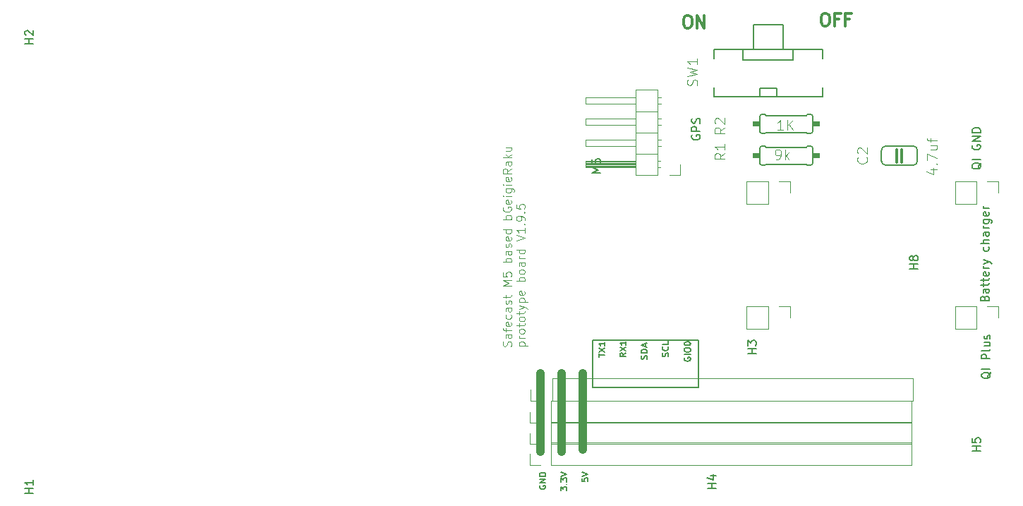
<source format=gbr>
G04 #@! TF.GenerationSoftware,KiCad,Pcbnew,5.99.0-unknown-5127d6c77~91~ubuntu20.04.1*
G04 #@! TF.CreationDate,2020-10-08T17:45:23+09:00*
G04 #@! TF.ProjectId,M5_board_bGeigieRaku V1.9,4d355f62-6f61-4726-945f-624765696769,rev?*
G04 #@! TF.SameCoordinates,Original*
G04 #@! TF.FileFunction,Legend,Top*
G04 #@! TF.FilePolarity,Positive*
%FSLAX46Y46*%
G04 Gerber Fmt 4.6, Leading zero omitted, Abs format (unit mm)*
G04 Created by KiCad (PCBNEW 5.99.0-unknown-5127d6c77~91~ubuntu20.04.1) date 2020-10-08 17:45:23*
%MOMM*%
%LPD*%
G01*
G04 APERTURE LIST*
%ADD10C,1.000000*%
%ADD11C,0.200000*%
%ADD12C,0.150000*%
%ADD13C,0.300000*%
%ADD14C,0.100000*%
%ADD15C,0.120650*%
%ADD16C,0.096520*%
%ADD17C,0.152400*%
%ADD18C,0.120000*%
%ADD19C,0.127000*%
%ADD20C,0.304800*%
G04 APERTURE END LIST*
D10*
X156438600Y-112188288D02*
X156438600Y-121586288D01*
D11*
X162661600Y-113867000D02*
X162661600Y-108152000D01*
X175361600Y-113867000D02*
X162661600Y-113867000D01*
X162661600Y-108152000D02*
X175361600Y-108152000D01*
D10*
X161518600Y-112188288D02*
X161518600Y-121332288D01*
D11*
X175361600Y-108152000D02*
X175361600Y-113867000D01*
D10*
X158978600Y-112188288D02*
X158978600Y-121586288D01*
D12*
X209707171Y-103150714D02*
X209754790Y-103007857D01*
X209802409Y-102960238D01*
X209897647Y-102912619D01*
X210040504Y-102912619D01*
X210135742Y-102960238D01*
X210183361Y-103007857D01*
X210230980Y-103103095D01*
X210230980Y-103484047D01*
X209230980Y-103484047D01*
X209230980Y-103150714D01*
X209278600Y-103055476D01*
X209326219Y-103007857D01*
X209421457Y-102960238D01*
X209516695Y-102960238D01*
X209611933Y-103007857D01*
X209659552Y-103055476D01*
X209707171Y-103150714D01*
X209707171Y-103484047D01*
X210230980Y-102055476D02*
X209707171Y-102055476D01*
X209611933Y-102103095D01*
X209564314Y-102198333D01*
X209564314Y-102388809D01*
X209611933Y-102484047D01*
X210183361Y-102055476D02*
X210230980Y-102150714D01*
X210230980Y-102388809D01*
X210183361Y-102484047D01*
X210088123Y-102531666D01*
X209992885Y-102531666D01*
X209897647Y-102484047D01*
X209850028Y-102388809D01*
X209850028Y-102150714D01*
X209802409Y-102055476D01*
X209564314Y-101722142D02*
X209564314Y-101341190D01*
X209230980Y-101579285D02*
X210088123Y-101579285D01*
X210183361Y-101531666D01*
X210230980Y-101436428D01*
X210230980Y-101341190D01*
X209564314Y-101150714D02*
X209564314Y-100769761D01*
X209230980Y-101007857D02*
X210088123Y-101007857D01*
X210183361Y-100960238D01*
X210230980Y-100865000D01*
X210230980Y-100769761D01*
X210183361Y-100055476D02*
X210230980Y-100150714D01*
X210230980Y-100341190D01*
X210183361Y-100436428D01*
X210088123Y-100484047D01*
X209707171Y-100484047D01*
X209611933Y-100436428D01*
X209564314Y-100341190D01*
X209564314Y-100150714D01*
X209611933Y-100055476D01*
X209707171Y-100007857D01*
X209802409Y-100007857D01*
X209897647Y-100484047D01*
X210230980Y-99579285D02*
X209564314Y-99579285D01*
X209754790Y-99579285D02*
X209659552Y-99531666D01*
X209611933Y-99484047D01*
X209564314Y-99388809D01*
X209564314Y-99293571D01*
X209564314Y-99055476D02*
X210230980Y-98817380D01*
X209564314Y-98579285D02*
X210230980Y-98817380D01*
X210469076Y-98912619D01*
X210516695Y-98960238D01*
X210564314Y-99055476D01*
X210183361Y-97007857D02*
X210230980Y-97103095D01*
X210230980Y-97293571D01*
X210183361Y-97388809D01*
X210135742Y-97436428D01*
X210040504Y-97484047D01*
X209754790Y-97484047D01*
X209659552Y-97436428D01*
X209611933Y-97388809D01*
X209564314Y-97293571D01*
X209564314Y-97103095D01*
X209611933Y-97007857D01*
X210230980Y-96579285D02*
X209230980Y-96579285D01*
X210230980Y-96150714D02*
X209707171Y-96150714D01*
X209611933Y-96198333D01*
X209564314Y-96293571D01*
X209564314Y-96436428D01*
X209611933Y-96531666D01*
X209659552Y-96579285D01*
X210230980Y-95245952D02*
X209707171Y-95245952D01*
X209611933Y-95293571D01*
X209564314Y-95388809D01*
X209564314Y-95579285D01*
X209611933Y-95674523D01*
X210183361Y-95245952D02*
X210230980Y-95341190D01*
X210230980Y-95579285D01*
X210183361Y-95674523D01*
X210088123Y-95722142D01*
X209992885Y-95722142D01*
X209897647Y-95674523D01*
X209850028Y-95579285D01*
X209850028Y-95341190D01*
X209802409Y-95245952D01*
X210230980Y-94769761D02*
X209564314Y-94769761D01*
X209754790Y-94769761D02*
X209659552Y-94722142D01*
X209611933Y-94674523D01*
X209564314Y-94579285D01*
X209564314Y-94484047D01*
X209564314Y-93722142D02*
X210373838Y-93722142D01*
X210469076Y-93769761D01*
X210516695Y-93817380D01*
X210564314Y-93912619D01*
X210564314Y-94055476D01*
X210516695Y-94150714D01*
X210183361Y-93722142D02*
X210230980Y-93817380D01*
X210230980Y-94007857D01*
X210183361Y-94103095D01*
X210135742Y-94150714D01*
X210040504Y-94198333D01*
X209754790Y-94198333D01*
X209659552Y-94150714D01*
X209611933Y-94103095D01*
X209564314Y-94007857D01*
X209564314Y-93817380D01*
X209611933Y-93722142D01*
X210183361Y-92865000D02*
X210230980Y-92960238D01*
X210230980Y-93150714D01*
X210183361Y-93245952D01*
X210088123Y-93293571D01*
X209707171Y-93293571D01*
X209611933Y-93245952D01*
X209564314Y-93150714D01*
X209564314Y-92960238D01*
X209611933Y-92865000D01*
X209707171Y-92817380D01*
X209802409Y-92817380D01*
X209897647Y-93293571D01*
X210230980Y-92388809D02*
X209564314Y-92388809D01*
X209754790Y-92388809D02*
X209659552Y-92341190D01*
X209611933Y-92293571D01*
X209564314Y-92198333D01*
X209564314Y-92103095D01*
X169188171Y-110459714D02*
X169223885Y-110352571D01*
X169223885Y-110174000D01*
X169188171Y-110102571D01*
X169152457Y-110066857D01*
X169081028Y-110031142D01*
X169009600Y-110031142D01*
X168938171Y-110066857D01*
X168902457Y-110102571D01*
X168866742Y-110174000D01*
X168831028Y-110316857D01*
X168795314Y-110388285D01*
X168759600Y-110424000D01*
X168688171Y-110459714D01*
X168616742Y-110459714D01*
X168545314Y-110424000D01*
X168509600Y-110388285D01*
X168473885Y-110316857D01*
X168473885Y-110138285D01*
X168509600Y-110031142D01*
X169223885Y-109709714D02*
X168473885Y-109709714D01*
X168473885Y-109531142D01*
X168509600Y-109424000D01*
X168581028Y-109352571D01*
X168652457Y-109316857D01*
X168795314Y-109281142D01*
X168902457Y-109281142D01*
X169045314Y-109316857D01*
X169116742Y-109352571D01*
X169188171Y-109424000D01*
X169223885Y-109531142D01*
X169223885Y-109709714D01*
X169009600Y-108995428D02*
X169009600Y-108638285D01*
X169223885Y-109066857D02*
X168473885Y-108816857D01*
X169223885Y-108566857D01*
D13*
X173925028Y-69230571D02*
X174210742Y-69230571D01*
X174353600Y-69302000D01*
X174496457Y-69444857D01*
X174567885Y-69730571D01*
X174567885Y-70230571D01*
X174496457Y-70516285D01*
X174353600Y-70659142D01*
X174210742Y-70730571D01*
X173925028Y-70730571D01*
X173782171Y-70659142D01*
X173639314Y-70516285D01*
X173567885Y-70230571D01*
X173567885Y-69730571D01*
X173639314Y-69444857D01*
X173782171Y-69302000D01*
X173925028Y-69230571D01*
X175210742Y-70730571D02*
X175210742Y-69230571D01*
X176067885Y-70730571D01*
X176067885Y-69230571D01*
D12*
X173716600Y-110281142D02*
X173680885Y-110352571D01*
X173680885Y-110459714D01*
X173716600Y-110566857D01*
X173788028Y-110638285D01*
X173859457Y-110674000D01*
X174002314Y-110709714D01*
X174109457Y-110709714D01*
X174252314Y-110674000D01*
X174323742Y-110638285D01*
X174395171Y-110566857D01*
X174430885Y-110459714D01*
X174430885Y-110388285D01*
X174395171Y-110281142D01*
X174359457Y-110245428D01*
X174109457Y-110245428D01*
X174109457Y-110388285D01*
X174430885Y-109924000D02*
X173680885Y-109924000D01*
X173680885Y-109424000D02*
X173680885Y-109281142D01*
X173716600Y-109209714D01*
X173788028Y-109138285D01*
X173930885Y-109102571D01*
X174180885Y-109102571D01*
X174323742Y-109138285D01*
X174395171Y-109209714D01*
X174430885Y-109281142D01*
X174430885Y-109424000D01*
X174395171Y-109495428D01*
X174323742Y-109566857D01*
X174180885Y-109602571D01*
X173930885Y-109602571D01*
X173788028Y-109566857D01*
X173716600Y-109495428D01*
X173680885Y-109424000D01*
X173680885Y-108638285D02*
X173680885Y-108566857D01*
X173716600Y-108495428D01*
X173752314Y-108459714D01*
X173823742Y-108424000D01*
X173966600Y-108388285D01*
X174145171Y-108388285D01*
X174288028Y-108424000D01*
X174359457Y-108459714D01*
X174395171Y-108495428D01*
X174430885Y-108566857D01*
X174430885Y-108638285D01*
X174395171Y-108709714D01*
X174359457Y-108745428D01*
X174288028Y-108781142D01*
X174145171Y-108816857D01*
X173966600Y-108816857D01*
X173823742Y-108781142D01*
X173752314Y-108745428D01*
X173716600Y-108709714D01*
X173680885Y-108638285D01*
X161361885Y-124749431D02*
X161361885Y-125106574D01*
X161719028Y-125142288D01*
X161683314Y-125106574D01*
X161647600Y-125035145D01*
X161647600Y-124856574D01*
X161683314Y-124785145D01*
X161719028Y-124749431D01*
X161790457Y-124713716D01*
X161969028Y-124713716D01*
X162040457Y-124749431D01*
X162076171Y-124785145D01*
X162111885Y-124856574D01*
X162111885Y-125035145D01*
X162076171Y-125106574D01*
X162040457Y-125142288D01*
X161361885Y-124499431D02*
X162111885Y-124249431D01*
X161361885Y-123999431D01*
X158821885Y-126249430D02*
X158821885Y-125785145D01*
X159107600Y-126035145D01*
X159107600Y-125928002D01*
X159143314Y-125856573D01*
X159179028Y-125820859D01*
X159250457Y-125785145D01*
X159429028Y-125785145D01*
X159500457Y-125820859D01*
X159536171Y-125856573D01*
X159571885Y-125928002D01*
X159571885Y-126142288D01*
X159536171Y-126213716D01*
X159500457Y-126249430D01*
X159500457Y-125463716D02*
X159536171Y-125428002D01*
X159571885Y-125463716D01*
X159536171Y-125499430D01*
X159500457Y-125463716D01*
X159571885Y-125463716D01*
X158821885Y-125178002D02*
X158821885Y-124713716D01*
X159107600Y-124963716D01*
X159107600Y-124856573D01*
X159143314Y-124785145D01*
X159179028Y-124749430D01*
X159250457Y-124713716D01*
X159429028Y-124713716D01*
X159500457Y-124749430D01*
X159536171Y-124785145D01*
X159571885Y-124856573D01*
X159571885Y-125070859D01*
X159536171Y-125142288D01*
X159500457Y-125178002D01*
X158821885Y-124499430D02*
X159571885Y-124249430D01*
X158821885Y-123999430D01*
X163393885Y-110195858D02*
X163393885Y-109767287D01*
X164143885Y-109981572D02*
X163393885Y-109981572D01*
X163393885Y-109588715D02*
X164143885Y-109088715D01*
X163393885Y-109088715D02*
X164143885Y-109588715D01*
X164143885Y-108410144D02*
X164143885Y-108838715D01*
X164143885Y-108624429D02*
X163393885Y-108624429D01*
X163501028Y-108695858D01*
X163572457Y-108767287D01*
X163608171Y-108838715D01*
X156317600Y-125642287D02*
X156281885Y-125713716D01*
X156281885Y-125820859D01*
X156317600Y-125928001D01*
X156389028Y-125999430D01*
X156460457Y-126035144D01*
X156603314Y-126070859D01*
X156710457Y-126070859D01*
X156853314Y-126035144D01*
X156924742Y-125999430D01*
X156996171Y-125928001D01*
X157031885Y-125820859D01*
X157031885Y-125749430D01*
X156996171Y-125642287D01*
X156960457Y-125606573D01*
X156710457Y-125606573D01*
X156710457Y-125749430D01*
X157031885Y-125285144D02*
X156281885Y-125285144D01*
X157031885Y-124856573D01*
X156281885Y-124856573D01*
X157031885Y-124499430D02*
X156281885Y-124499430D01*
X156281885Y-124320859D01*
X156317600Y-124213716D01*
X156389028Y-124142287D01*
X156460457Y-124106573D01*
X156603314Y-124070859D01*
X156710457Y-124070859D01*
X156853314Y-124106573D01*
X156924742Y-124142287D01*
X156996171Y-124213716D01*
X157031885Y-124320859D01*
X157031885Y-124499430D01*
D13*
X190443028Y-68976571D02*
X190728742Y-68976571D01*
X190871600Y-69048000D01*
X191014457Y-69190857D01*
X191085885Y-69476571D01*
X191085885Y-69976571D01*
X191014457Y-70262285D01*
X190871600Y-70405142D01*
X190728742Y-70476571D01*
X190443028Y-70476571D01*
X190300171Y-70405142D01*
X190157314Y-70262285D01*
X190085885Y-69976571D01*
X190085885Y-69476571D01*
X190157314Y-69190857D01*
X190300171Y-69048000D01*
X190443028Y-68976571D01*
X192228742Y-69690857D02*
X191728742Y-69690857D01*
X191728742Y-70476571D02*
X191728742Y-68976571D01*
X192443028Y-68976571D01*
X193514457Y-69690857D02*
X193014457Y-69690857D01*
X193014457Y-70476571D02*
X193014457Y-68976571D01*
X193728742Y-68976571D01*
D12*
X166683885Y-109749429D02*
X166326742Y-109999429D01*
X166683885Y-110178001D02*
X165933885Y-110178001D01*
X165933885Y-109892287D01*
X165969600Y-109820858D01*
X166005314Y-109785144D01*
X166076742Y-109749429D01*
X166183885Y-109749429D01*
X166255314Y-109785144D01*
X166291028Y-109820858D01*
X166326742Y-109892287D01*
X166326742Y-110178001D01*
X165933885Y-109499429D02*
X166683885Y-108999429D01*
X165933885Y-108999429D02*
X166683885Y-109499429D01*
X166683885Y-108320858D02*
X166683885Y-108749429D01*
X166683885Y-108535144D02*
X165933885Y-108535144D01*
X166041028Y-108606572D01*
X166112457Y-108678001D01*
X166148171Y-108749429D01*
X171728171Y-110160145D02*
X171763885Y-110053002D01*
X171763885Y-109874430D01*
X171728171Y-109803002D01*
X171692457Y-109767288D01*
X171621028Y-109731573D01*
X171549600Y-109731573D01*
X171478171Y-109767288D01*
X171442457Y-109803002D01*
X171406742Y-109874430D01*
X171371028Y-110017288D01*
X171335314Y-110088716D01*
X171299600Y-110124430D01*
X171228171Y-110160145D01*
X171156742Y-110160145D01*
X171085314Y-110124430D01*
X171049600Y-110088716D01*
X171013885Y-110017288D01*
X171013885Y-109838716D01*
X171049600Y-109731573D01*
X171692457Y-108981573D02*
X171728171Y-109017288D01*
X171763885Y-109124430D01*
X171763885Y-109195859D01*
X171728171Y-109303002D01*
X171656742Y-109374430D01*
X171585314Y-109410145D01*
X171442457Y-109445859D01*
X171335314Y-109445859D01*
X171192457Y-109410145D01*
X171121028Y-109374430D01*
X171049600Y-109303002D01*
X171013885Y-109195859D01*
X171013885Y-109124430D01*
X171049600Y-109017288D01*
X171085314Y-108981573D01*
X171763885Y-108303002D02*
X171763885Y-108660145D01*
X171013885Y-108660145D01*
D14*
X152863361Y-108912523D02*
X152910980Y-108769666D01*
X152910980Y-108531571D01*
X152863361Y-108436333D01*
X152815742Y-108388714D01*
X152720504Y-108341095D01*
X152625266Y-108341095D01*
X152530028Y-108388714D01*
X152482409Y-108436333D01*
X152434790Y-108531571D01*
X152387171Y-108722047D01*
X152339552Y-108817285D01*
X152291933Y-108864904D01*
X152196695Y-108912523D01*
X152101457Y-108912523D01*
X152006219Y-108864904D01*
X151958600Y-108817285D01*
X151910980Y-108722047D01*
X151910980Y-108483952D01*
X151958600Y-108341095D01*
X152910980Y-107483952D02*
X152387171Y-107483952D01*
X152291933Y-107531571D01*
X152244314Y-107626809D01*
X152244314Y-107817285D01*
X152291933Y-107912523D01*
X152863361Y-107483952D02*
X152910980Y-107579190D01*
X152910980Y-107817285D01*
X152863361Y-107912523D01*
X152768123Y-107960142D01*
X152672885Y-107960142D01*
X152577647Y-107912523D01*
X152530028Y-107817285D01*
X152530028Y-107579190D01*
X152482409Y-107483952D01*
X152244314Y-107150619D02*
X152244314Y-106769666D01*
X152910980Y-107007761D02*
X152053838Y-107007761D01*
X151958600Y-106960142D01*
X151910980Y-106864904D01*
X151910980Y-106769666D01*
X152863361Y-106055380D02*
X152910980Y-106150619D01*
X152910980Y-106341095D01*
X152863361Y-106436333D01*
X152768123Y-106483952D01*
X152387171Y-106483952D01*
X152291933Y-106436333D01*
X152244314Y-106341095D01*
X152244314Y-106150619D01*
X152291933Y-106055380D01*
X152387171Y-106007761D01*
X152482409Y-106007761D01*
X152577647Y-106483952D01*
X152863361Y-105150619D02*
X152910980Y-105245857D01*
X152910980Y-105436333D01*
X152863361Y-105531571D01*
X152815742Y-105579190D01*
X152720504Y-105626809D01*
X152434790Y-105626809D01*
X152339552Y-105579190D01*
X152291933Y-105531571D01*
X152244314Y-105436333D01*
X152244314Y-105245857D01*
X152291933Y-105150619D01*
X152910980Y-104293476D02*
X152387171Y-104293476D01*
X152291933Y-104341095D01*
X152244314Y-104436333D01*
X152244314Y-104626809D01*
X152291933Y-104722047D01*
X152863361Y-104293476D02*
X152910980Y-104388714D01*
X152910980Y-104626809D01*
X152863361Y-104722047D01*
X152768123Y-104769666D01*
X152672885Y-104769666D01*
X152577647Y-104722047D01*
X152530028Y-104626809D01*
X152530028Y-104388714D01*
X152482409Y-104293476D01*
X152863361Y-103864904D02*
X152910980Y-103769666D01*
X152910980Y-103579190D01*
X152863361Y-103483952D01*
X152768123Y-103436333D01*
X152720504Y-103436333D01*
X152625266Y-103483952D01*
X152577647Y-103579190D01*
X152577647Y-103722047D01*
X152530028Y-103817285D01*
X152434790Y-103864904D01*
X152387171Y-103864904D01*
X152291933Y-103817285D01*
X152244314Y-103722047D01*
X152244314Y-103579190D01*
X152291933Y-103483952D01*
X152244314Y-103150619D02*
X152244314Y-102769666D01*
X151910980Y-103007761D02*
X152768123Y-103007761D01*
X152863361Y-102960142D01*
X152910980Y-102864904D01*
X152910980Y-102769666D01*
X152910980Y-101674428D02*
X151910980Y-101674428D01*
X152625266Y-101341095D01*
X151910980Y-101007761D01*
X152910980Y-101007761D01*
X151910980Y-100055380D02*
X151910980Y-100531571D01*
X152387171Y-100579190D01*
X152339552Y-100531571D01*
X152291933Y-100436333D01*
X152291933Y-100198238D01*
X152339552Y-100103000D01*
X152387171Y-100055380D01*
X152482409Y-100007761D01*
X152720504Y-100007761D01*
X152815742Y-100055380D01*
X152863361Y-100103000D01*
X152910980Y-100198238D01*
X152910980Y-100436333D01*
X152863361Y-100531571D01*
X152815742Y-100579190D01*
X152910980Y-98817285D02*
X151910980Y-98817285D01*
X152291933Y-98817285D02*
X152244314Y-98722047D01*
X152244314Y-98531571D01*
X152291933Y-98436333D01*
X152339552Y-98388714D01*
X152434790Y-98341095D01*
X152720504Y-98341095D01*
X152815742Y-98388714D01*
X152863361Y-98436333D01*
X152910980Y-98531571D01*
X152910980Y-98722047D01*
X152863361Y-98817285D01*
X152910980Y-97483952D02*
X152387171Y-97483952D01*
X152291933Y-97531571D01*
X152244314Y-97626809D01*
X152244314Y-97817285D01*
X152291933Y-97912523D01*
X152863361Y-97483952D02*
X152910980Y-97579190D01*
X152910980Y-97817285D01*
X152863361Y-97912523D01*
X152768123Y-97960142D01*
X152672885Y-97960142D01*
X152577647Y-97912523D01*
X152530028Y-97817285D01*
X152530028Y-97579190D01*
X152482409Y-97483952D01*
X152863361Y-97055380D02*
X152910980Y-96960142D01*
X152910980Y-96769666D01*
X152863361Y-96674428D01*
X152768123Y-96626809D01*
X152720504Y-96626809D01*
X152625266Y-96674428D01*
X152577647Y-96769666D01*
X152577647Y-96912523D01*
X152530028Y-97007761D01*
X152434790Y-97055380D01*
X152387171Y-97055380D01*
X152291933Y-97007761D01*
X152244314Y-96912523D01*
X152244314Y-96769666D01*
X152291933Y-96674428D01*
X152863361Y-95817285D02*
X152910980Y-95912523D01*
X152910980Y-96103000D01*
X152863361Y-96198238D01*
X152768123Y-96245857D01*
X152387171Y-96245857D01*
X152291933Y-96198238D01*
X152244314Y-96103000D01*
X152244314Y-95912523D01*
X152291933Y-95817285D01*
X152387171Y-95769666D01*
X152482409Y-95769666D01*
X152577647Y-96245857D01*
X152910980Y-94912523D02*
X151910980Y-94912523D01*
X152863361Y-94912523D02*
X152910980Y-95007761D01*
X152910980Y-95198238D01*
X152863361Y-95293476D01*
X152815742Y-95341095D01*
X152720504Y-95388714D01*
X152434790Y-95388714D01*
X152339552Y-95341095D01*
X152291933Y-95293476D01*
X152244314Y-95198238D01*
X152244314Y-95007761D01*
X152291933Y-94912523D01*
X152910980Y-93674428D02*
X151910980Y-93674428D01*
X152291933Y-93674428D02*
X152244314Y-93579190D01*
X152244314Y-93388714D01*
X152291933Y-93293476D01*
X152339552Y-93245857D01*
X152434790Y-93198238D01*
X152720504Y-93198238D01*
X152815742Y-93245857D01*
X152863361Y-93293476D01*
X152910980Y-93388714D01*
X152910980Y-93579190D01*
X152863361Y-93674428D01*
X151958600Y-92245857D02*
X151910980Y-92341095D01*
X151910980Y-92483952D01*
X151958600Y-92626809D01*
X152053838Y-92722047D01*
X152149076Y-92769666D01*
X152339552Y-92817285D01*
X152482409Y-92817285D01*
X152672885Y-92769666D01*
X152768123Y-92722047D01*
X152863361Y-92626809D01*
X152910980Y-92483952D01*
X152910980Y-92388714D01*
X152863361Y-92245857D01*
X152815742Y-92198238D01*
X152482409Y-92198238D01*
X152482409Y-92388714D01*
X152863361Y-91388714D02*
X152910980Y-91483952D01*
X152910980Y-91674428D01*
X152863361Y-91769666D01*
X152768123Y-91817285D01*
X152387171Y-91817285D01*
X152291933Y-91769666D01*
X152244314Y-91674428D01*
X152244314Y-91483952D01*
X152291933Y-91388714D01*
X152387171Y-91341095D01*
X152482409Y-91341095D01*
X152577647Y-91817285D01*
X152910980Y-90912523D02*
X152244314Y-90912523D01*
X151910980Y-90912523D02*
X151958600Y-90960142D01*
X152006219Y-90912523D01*
X151958600Y-90864904D01*
X151910980Y-90912523D01*
X152006219Y-90912523D01*
X152244314Y-90007761D02*
X153053838Y-90007761D01*
X153149076Y-90055380D01*
X153196695Y-90103000D01*
X153244314Y-90198238D01*
X153244314Y-90341095D01*
X153196695Y-90436333D01*
X152863361Y-90007761D02*
X152910980Y-90103000D01*
X152910980Y-90293476D01*
X152863361Y-90388714D01*
X152815742Y-90436333D01*
X152720504Y-90483952D01*
X152434790Y-90483952D01*
X152339552Y-90436333D01*
X152291933Y-90388714D01*
X152244314Y-90293476D01*
X152244314Y-90103000D01*
X152291933Y-90007761D01*
X152910980Y-89531571D02*
X152244314Y-89531571D01*
X151910980Y-89531571D02*
X151958600Y-89579190D01*
X152006219Y-89531571D01*
X151958600Y-89483952D01*
X151910980Y-89531571D01*
X152006219Y-89531571D01*
X152863361Y-88674428D02*
X152910980Y-88769666D01*
X152910980Y-88960142D01*
X152863361Y-89055380D01*
X152768123Y-89103000D01*
X152387171Y-89103000D01*
X152291933Y-89055380D01*
X152244314Y-88960142D01*
X152244314Y-88769666D01*
X152291933Y-88674428D01*
X152387171Y-88626809D01*
X152482409Y-88626809D01*
X152577647Y-89103000D01*
X152910980Y-87626809D02*
X152434790Y-87960142D01*
X152910980Y-88198238D02*
X151910980Y-88198238D01*
X151910980Y-87817285D01*
X151958600Y-87722047D01*
X152006219Y-87674428D01*
X152101457Y-87626809D01*
X152244314Y-87626809D01*
X152339552Y-87674428D01*
X152387171Y-87722047D01*
X152434790Y-87817285D01*
X152434790Y-88198238D01*
X152910980Y-86769666D02*
X152387171Y-86769666D01*
X152291933Y-86817285D01*
X152244314Y-86912523D01*
X152244314Y-87103000D01*
X152291933Y-87198238D01*
X152863361Y-86769666D02*
X152910980Y-86864904D01*
X152910980Y-87103000D01*
X152863361Y-87198238D01*
X152768123Y-87245857D01*
X152672885Y-87245857D01*
X152577647Y-87198238D01*
X152530028Y-87103000D01*
X152530028Y-86864904D01*
X152482409Y-86769666D01*
X152910980Y-86293476D02*
X151910980Y-86293476D01*
X152530028Y-86198238D02*
X152910980Y-85912523D01*
X152244314Y-85912523D02*
X152625266Y-86293476D01*
X152244314Y-85055380D02*
X152910980Y-85055380D01*
X152244314Y-85483952D02*
X152768123Y-85483952D01*
X152863361Y-85436333D01*
X152910980Y-85341095D01*
X152910980Y-85198238D01*
X152863361Y-85103000D01*
X152815742Y-85055380D01*
X153854314Y-108864904D02*
X154854314Y-108864904D01*
X153901933Y-108864904D02*
X153854314Y-108769666D01*
X153854314Y-108579190D01*
X153901933Y-108483952D01*
X153949552Y-108436333D01*
X154044790Y-108388714D01*
X154330504Y-108388714D01*
X154425742Y-108436333D01*
X154473361Y-108483952D01*
X154520980Y-108579190D01*
X154520980Y-108769666D01*
X154473361Y-108864904D01*
X154520980Y-107960142D02*
X153854314Y-107960142D01*
X154044790Y-107960142D02*
X153949552Y-107912523D01*
X153901933Y-107864904D01*
X153854314Y-107769666D01*
X153854314Y-107674428D01*
X154520980Y-107198238D02*
X154473361Y-107293476D01*
X154425742Y-107341095D01*
X154330504Y-107388714D01*
X154044790Y-107388714D01*
X153949552Y-107341095D01*
X153901933Y-107293476D01*
X153854314Y-107198238D01*
X153854314Y-107055380D01*
X153901933Y-106960142D01*
X153949552Y-106912523D01*
X154044790Y-106864904D01*
X154330504Y-106864904D01*
X154425742Y-106912523D01*
X154473361Y-106960142D01*
X154520980Y-107055380D01*
X154520980Y-107198238D01*
X153854314Y-106579190D02*
X153854314Y-106198238D01*
X153520980Y-106436333D02*
X154378123Y-106436333D01*
X154473361Y-106388714D01*
X154520980Y-106293476D01*
X154520980Y-106198238D01*
X154520980Y-105722047D02*
X154473361Y-105817285D01*
X154425742Y-105864904D01*
X154330504Y-105912523D01*
X154044790Y-105912523D01*
X153949552Y-105864904D01*
X153901933Y-105817285D01*
X153854314Y-105722047D01*
X153854314Y-105579190D01*
X153901933Y-105483952D01*
X153949552Y-105436333D01*
X154044790Y-105388714D01*
X154330504Y-105388714D01*
X154425742Y-105436333D01*
X154473361Y-105483952D01*
X154520980Y-105579190D01*
X154520980Y-105722047D01*
X153854314Y-105103000D02*
X153854314Y-104722047D01*
X153520980Y-104960142D02*
X154378123Y-104960142D01*
X154473361Y-104912523D01*
X154520980Y-104817285D01*
X154520980Y-104722047D01*
X153854314Y-104483952D02*
X154520980Y-104245857D01*
X153854314Y-104007761D02*
X154520980Y-104245857D01*
X154759076Y-104341095D01*
X154806695Y-104388714D01*
X154854314Y-104483952D01*
X153854314Y-103626809D02*
X154854314Y-103626809D01*
X153901933Y-103626809D02*
X153854314Y-103531571D01*
X153854314Y-103341095D01*
X153901933Y-103245857D01*
X153949552Y-103198238D01*
X154044790Y-103150619D01*
X154330504Y-103150619D01*
X154425742Y-103198238D01*
X154473361Y-103245857D01*
X154520980Y-103341095D01*
X154520980Y-103531571D01*
X154473361Y-103626809D01*
X154473361Y-102341095D02*
X154520980Y-102436333D01*
X154520980Y-102626809D01*
X154473361Y-102722047D01*
X154378123Y-102769666D01*
X153997171Y-102769666D01*
X153901933Y-102722047D01*
X153854314Y-102626809D01*
X153854314Y-102436333D01*
X153901933Y-102341095D01*
X153997171Y-102293476D01*
X154092409Y-102293476D01*
X154187647Y-102769666D01*
X154520980Y-101103000D02*
X153520980Y-101103000D01*
X153901933Y-101103000D02*
X153854314Y-101007761D01*
X153854314Y-100817285D01*
X153901933Y-100722047D01*
X153949552Y-100674428D01*
X154044790Y-100626809D01*
X154330504Y-100626809D01*
X154425742Y-100674428D01*
X154473361Y-100722047D01*
X154520980Y-100817285D01*
X154520980Y-101007761D01*
X154473361Y-101103000D01*
X154520980Y-100055380D02*
X154473361Y-100150619D01*
X154425742Y-100198238D01*
X154330504Y-100245857D01*
X154044790Y-100245857D01*
X153949552Y-100198238D01*
X153901933Y-100150619D01*
X153854314Y-100055380D01*
X153854314Y-99912523D01*
X153901933Y-99817285D01*
X153949552Y-99769666D01*
X154044790Y-99722047D01*
X154330504Y-99722047D01*
X154425742Y-99769666D01*
X154473361Y-99817285D01*
X154520980Y-99912523D01*
X154520980Y-100055380D01*
X154520980Y-98864904D02*
X153997171Y-98864904D01*
X153901933Y-98912523D01*
X153854314Y-99007761D01*
X153854314Y-99198238D01*
X153901933Y-99293476D01*
X154473361Y-98864904D02*
X154520980Y-98960142D01*
X154520980Y-99198238D01*
X154473361Y-99293476D01*
X154378123Y-99341095D01*
X154282885Y-99341095D01*
X154187647Y-99293476D01*
X154140028Y-99198238D01*
X154140028Y-98960142D01*
X154092409Y-98864904D01*
X154520980Y-98388714D02*
X153854314Y-98388714D01*
X154044790Y-98388714D02*
X153949552Y-98341095D01*
X153901933Y-98293476D01*
X153854314Y-98198238D01*
X153854314Y-98103000D01*
X154520980Y-97341095D02*
X153520980Y-97341095D01*
X154473361Y-97341095D02*
X154520980Y-97436333D01*
X154520980Y-97626809D01*
X154473361Y-97722047D01*
X154425742Y-97769666D01*
X154330504Y-97817285D01*
X154044790Y-97817285D01*
X153949552Y-97769666D01*
X153901933Y-97722047D01*
X153854314Y-97626809D01*
X153854314Y-97436333D01*
X153901933Y-97341095D01*
X153520980Y-96245857D02*
X154520980Y-95912523D01*
X153520980Y-95579190D01*
X154520980Y-94722047D02*
X154520980Y-95293476D01*
X154520980Y-95007761D02*
X153520980Y-95007761D01*
X153663838Y-95103000D01*
X153759076Y-95198238D01*
X153806695Y-95293476D01*
X154425742Y-94293476D02*
X154473361Y-94245857D01*
X154520980Y-94293476D01*
X154473361Y-94341095D01*
X154425742Y-94293476D01*
X154520980Y-94293476D01*
X154520980Y-93769666D02*
X154520980Y-93579190D01*
X154473361Y-93483952D01*
X154425742Y-93436333D01*
X154282885Y-93341095D01*
X154092409Y-93293476D01*
X153711457Y-93293476D01*
X153616219Y-93341095D01*
X153568600Y-93388714D01*
X153520980Y-93483952D01*
X153520980Y-93674428D01*
X153568600Y-93769666D01*
X153616219Y-93817285D01*
X153711457Y-93864904D01*
X153949552Y-93864904D01*
X154044790Y-93817285D01*
X154092409Y-93769666D01*
X154140028Y-93674428D01*
X154140028Y-93483952D01*
X154092409Y-93388714D01*
X154044790Y-93341095D01*
X153949552Y-93293476D01*
X154425742Y-92864904D02*
X154473361Y-92817285D01*
X154520980Y-92864904D01*
X154473361Y-92912523D01*
X154425742Y-92864904D01*
X154520980Y-92864904D01*
X153520980Y-91912523D02*
X153520980Y-92388714D01*
X153997171Y-92436333D01*
X153949552Y-92388714D01*
X153901933Y-92293476D01*
X153901933Y-92055380D01*
X153949552Y-91960142D01*
X153997171Y-91912523D01*
X154092409Y-91864904D01*
X154330504Y-91864904D01*
X154425742Y-91912523D01*
X154473361Y-91960142D01*
X154520980Y-92055380D01*
X154520980Y-92293476D01*
X154473361Y-92388714D01*
X154425742Y-92436333D01*
D12*
X163621580Y-88133523D02*
X162621580Y-88133523D01*
X163335866Y-87800190D01*
X162621580Y-87466857D01*
X163621580Y-87466857D01*
X162621580Y-86514476D02*
X162621580Y-86990666D01*
X163097771Y-87038285D01*
X163050152Y-86990666D01*
X163002533Y-86895428D01*
X163002533Y-86657333D01*
X163050152Y-86562095D01*
X163097771Y-86514476D01*
X163193009Y-86466857D01*
X163431104Y-86466857D01*
X163526342Y-86514476D01*
X163573961Y-86562095D01*
X163621580Y-86657333D01*
X163621580Y-86895428D01*
X163573961Y-86990666D01*
X163526342Y-87038285D01*
D15*
X178530265Y-82685279D02*
X177955741Y-83087446D01*
X178530265Y-83374708D02*
X177323765Y-83374708D01*
X177323765Y-82915089D01*
X177381218Y-82800184D01*
X177438670Y-82742732D01*
X177553575Y-82685279D01*
X177725932Y-82685279D01*
X177840837Y-82742732D01*
X177898289Y-82800184D01*
X177955741Y-82915089D01*
X177955741Y-83374708D01*
X177438670Y-82225660D02*
X177381218Y-82168208D01*
X177323765Y-82053303D01*
X177323765Y-81766041D01*
X177381218Y-81651136D01*
X177438670Y-81593684D01*
X177553575Y-81536232D01*
X177668479Y-81536232D01*
X177840837Y-81593684D01*
X178530265Y-82283112D01*
X178530265Y-81536232D01*
X185530867Y-82948547D02*
X184841439Y-82948547D01*
X185186153Y-82948547D02*
X185186153Y-81742047D01*
X185071248Y-81914404D01*
X184956344Y-82029309D01*
X184841439Y-82086761D01*
X186047939Y-82948547D02*
X186047939Y-81742047D01*
X186737367Y-82948547D02*
X186220296Y-82259119D01*
X186737367Y-81742047D02*
X186047939Y-82431476D01*
D12*
X95549980Y-126566904D02*
X94549980Y-126566904D01*
X95026171Y-126566904D02*
X95026171Y-125995476D01*
X95549980Y-125995476D02*
X94549980Y-125995476D01*
X95549980Y-124995476D02*
X95549980Y-125566904D01*
X95549980Y-125281190D02*
X94549980Y-125281190D01*
X94692838Y-125376428D01*
X94788076Y-125471666D01*
X94835695Y-125566904D01*
X209310619Y-86926904D02*
X209263000Y-87022142D01*
X209167761Y-87117380D01*
X209024904Y-87260238D01*
X208977285Y-87355476D01*
X208977285Y-87450714D01*
X209215380Y-87403095D02*
X209167761Y-87498333D01*
X209072523Y-87593571D01*
X208882047Y-87641190D01*
X208548714Y-87641190D01*
X208358238Y-87593571D01*
X208263000Y-87498333D01*
X208215380Y-87403095D01*
X208215380Y-87212619D01*
X208263000Y-87117380D01*
X208358238Y-87022142D01*
X208548714Y-86974523D01*
X208882047Y-86974523D01*
X209072523Y-87022142D01*
X209167761Y-87117380D01*
X209215380Y-87212619D01*
X209215380Y-87403095D01*
X209215380Y-86545952D02*
X208215380Y-86545952D01*
X208263000Y-84784047D02*
X208215380Y-84879285D01*
X208215380Y-85022142D01*
X208263000Y-85165000D01*
X208358238Y-85260238D01*
X208453476Y-85307857D01*
X208643952Y-85355476D01*
X208786809Y-85355476D01*
X208977285Y-85307857D01*
X209072523Y-85260238D01*
X209167761Y-85165000D01*
X209215380Y-85022142D01*
X209215380Y-84926904D01*
X209167761Y-84784047D01*
X209120142Y-84736428D01*
X208786809Y-84736428D01*
X208786809Y-84926904D01*
X209215380Y-84307857D02*
X208215380Y-84307857D01*
X209215380Y-83736428D01*
X208215380Y-83736428D01*
X209215380Y-83260238D02*
X208215380Y-83260238D01*
X208215380Y-83022142D01*
X208263000Y-82879285D01*
X208358238Y-82784047D01*
X208453476Y-82736428D01*
X208643952Y-82688809D01*
X208786809Y-82688809D01*
X208977285Y-82736428D01*
X209072523Y-82784047D01*
X209167761Y-82879285D01*
X209215380Y-83022142D01*
X209215380Y-83260238D01*
X174607600Y-83593285D02*
X174559980Y-83688523D01*
X174559980Y-83831380D01*
X174607600Y-83974238D01*
X174702838Y-84069476D01*
X174798076Y-84117095D01*
X174988552Y-84164714D01*
X175131409Y-84164714D01*
X175321885Y-84117095D01*
X175417123Y-84069476D01*
X175512361Y-83974238D01*
X175559980Y-83831380D01*
X175559980Y-83736142D01*
X175512361Y-83593285D01*
X175464742Y-83545666D01*
X175131409Y-83545666D01*
X175131409Y-83736142D01*
X175559980Y-83117095D02*
X174559980Y-83117095D01*
X174559980Y-82736142D01*
X174607600Y-82640904D01*
X174655219Y-82593285D01*
X174750457Y-82545666D01*
X174893314Y-82545666D01*
X174988552Y-82593285D01*
X175036171Y-82640904D01*
X175083790Y-82736142D01*
X175083790Y-83117095D01*
X175512361Y-82164714D02*
X175559980Y-82021857D01*
X175559980Y-81783761D01*
X175512361Y-81688523D01*
X175464742Y-81640904D01*
X175369504Y-81593285D01*
X175274266Y-81593285D01*
X175179028Y-81640904D01*
X175131409Y-81688523D01*
X175083790Y-81783761D01*
X175036171Y-81974238D01*
X174988552Y-82069476D01*
X174940933Y-82117095D01*
X174845695Y-82164714D01*
X174750457Y-82164714D01*
X174655219Y-82117095D01*
X174607600Y-82069476D01*
X174559980Y-81974238D01*
X174559980Y-81736142D01*
X174607600Y-81593285D01*
D16*
X175183195Y-77633452D02*
X175240647Y-77461095D01*
X175240647Y-77173833D01*
X175183195Y-77058928D01*
X175125742Y-77001476D01*
X175010838Y-76944023D01*
X174895933Y-76944023D01*
X174781028Y-77001476D01*
X174723576Y-77058928D01*
X174666123Y-77173833D01*
X174608671Y-77403642D01*
X174551219Y-77518547D01*
X174493766Y-77576000D01*
X174378861Y-77633452D01*
X174263957Y-77633452D01*
X174149052Y-77576000D01*
X174091600Y-77518547D01*
X174034147Y-77403642D01*
X174034147Y-77116381D01*
X174091600Y-76944023D01*
X174034147Y-76541857D02*
X175240647Y-76254595D01*
X174378861Y-76024785D01*
X175240647Y-75794976D01*
X174034147Y-75507714D01*
X175240647Y-74416119D02*
X175240647Y-75105547D01*
X175240647Y-74760833D02*
X174034147Y-74760833D01*
X174206504Y-74875738D01*
X174321409Y-74990642D01*
X174378861Y-75105547D01*
D15*
X195509242Y-86241279D02*
X195566695Y-86298732D01*
X195624147Y-86471089D01*
X195624147Y-86585993D01*
X195566695Y-86758351D01*
X195451790Y-86873255D01*
X195336885Y-86930708D01*
X195107076Y-86988160D01*
X194934719Y-86988160D01*
X194704909Y-86930708D01*
X194590004Y-86873255D01*
X194475100Y-86758351D01*
X194417647Y-86585993D01*
X194417647Y-86471089D01*
X194475100Y-86298732D01*
X194532552Y-86241279D01*
X194532552Y-85781660D02*
X194475100Y-85724208D01*
X194417647Y-85609303D01*
X194417647Y-85322041D01*
X194475100Y-85207136D01*
X194532552Y-85149684D01*
X194647457Y-85092232D01*
X194762361Y-85092232D01*
X194934719Y-85149684D01*
X195624147Y-85839112D01*
X195624147Y-85092232D01*
X203201814Y-87695732D02*
X204006147Y-87695732D01*
X202742195Y-87982993D02*
X203603980Y-88270255D01*
X203603980Y-87523374D01*
X203891242Y-87063755D02*
X203948695Y-87006303D01*
X204006147Y-87063755D01*
X203948695Y-87121208D01*
X203891242Y-87063755D01*
X204006147Y-87063755D01*
X202799647Y-86604136D02*
X202799647Y-85799803D01*
X204006147Y-86316874D01*
X203201814Y-84823112D02*
X204006147Y-84823112D01*
X203201814Y-85340184D02*
X203833790Y-85340184D01*
X203948695Y-85282732D01*
X204006147Y-85167827D01*
X204006147Y-84995470D01*
X203948695Y-84880565D01*
X203891242Y-84823112D01*
X203201814Y-84420946D02*
X203201814Y-83961327D01*
X204006147Y-84248589D02*
X202972004Y-84248589D01*
X202857100Y-84191136D01*
X202799647Y-84076232D01*
X202799647Y-83961327D01*
D12*
X201722380Y-99642904D02*
X200722380Y-99642904D01*
X201198571Y-99642904D02*
X201198571Y-99071476D01*
X201722380Y-99071476D02*
X200722380Y-99071476D01*
X201150952Y-98452428D02*
X201103333Y-98547666D01*
X201055714Y-98595285D01*
X200960476Y-98642904D01*
X200912857Y-98642904D01*
X200817619Y-98595285D01*
X200770000Y-98547666D01*
X200722380Y-98452428D01*
X200722380Y-98261952D01*
X200770000Y-98166714D01*
X200817619Y-98119095D01*
X200912857Y-98071476D01*
X200960476Y-98071476D01*
X201055714Y-98119095D01*
X201103333Y-98166714D01*
X201150952Y-98261952D01*
X201150952Y-98452428D01*
X201198571Y-98547666D01*
X201246190Y-98595285D01*
X201341428Y-98642904D01*
X201531904Y-98642904D01*
X201627142Y-98595285D01*
X201674761Y-98547666D01*
X201722380Y-98452428D01*
X201722380Y-98261952D01*
X201674761Y-98166714D01*
X201627142Y-98119095D01*
X201531904Y-98071476D01*
X201341428Y-98071476D01*
X201246190Y-98119095D01*
X201198571Y-98166714D01*
X201150952Y-98261952D01*
X182290980Y-109802904D02*
X181290980Y-109802904D01*
X181767171Y-109802904D02*
X181767171Y-109231476D01*
X182290980Y-109231476D02*
X181290980Y-109231476D01*
X181290980Y-108850523D02*
X181290980Y-108231476D01*
X181671933Y-108564809D01*
X181671933Y-108421952D01*
X181719552Y-108326714D01*
X181767171Y-108279095D01*
X181862409Y-108231476D01*
X182100504Y-108231476D01*
X182195742Y-108279095D01*
X182243361Y-108326714D01*
X182290980Y-108421952D01*
X182290980Y-108707666D01*
X182243361Y-108802904D01*
X182195742Y-108850523D01*
X210453219Y-112041142D02*
X210405600Y-112136380D01*
X210310361Y-112231619D01*
X210167504Y-112374476D01*
X210119885Y-112469714D01*
X210119885Y-112564952D01*
X210357980Y-112517333D02*
X210310361Y-112612571D01*
X210215123Y-112707809D01*
X210024647Y-112755428D01*
X209691314Y-112755428D01*
X209500838Y-112707809D01*
X209405600Y-112612571D01*
X209357980Y-112517333D01*
X209357980Y-112326857D01*
X209405600Y-112231619D01*
X209500838Y-112136380D01*
X209691314Y-112088761D01*
X210024647Y-112088761D01*
X210215123Y-112136380D01*
X210310361Y-112231619D01*
X210357980Y-112326857D01*
X210357980Y-112517333D01*
X210357980Y-111660190D02*
X209357980Y-111660190D01*
X210357980Y-110422095D02*
X209357980Y-110422095D01*
X209357980Y-110041142D01*
X209405600Y-109945904D01*
X209453219Y-109898285D01*
X209548457Y-109850666D01*
X209691314Y-109850666D01*
X209786552Y-109898285D01*
X209834171Y-109945904D01*
X209881790Y-110041142D01*
X209881790Y-110422095D01*
X210357980Y-109279238D02*
X210310361Y-109374476D01*
X210215123Y-109422095D01*
X209357980Y-109422095D01*
X209691314Y-108469714D02*
X210357980Y-108469714D01*
X209691314Y-108898285D02*
X210215123Y-108898285D01*
X210310361Y-108850666D01*
X210357980Y-108755428D01*
X210357980Y-108612571D01*
X210310361Y-108517333D01*
X210262742Y-108469714D01*
X210310361Y-108041142D02*
X210357980Y-107945904D01*
X210357980Y-107755428D01*
X210310361Y-107660190D01*
X210215123Y-107612571D01*
X210167504Y-107612571D01*
X210072266Y-107660190D01*
X210024647Y-107755428D01*
X210024647Y-107898285D01*
X209977028Y-107993523D01*
X209881790Y-108041142D01*
X209834171Y-108041142D01*
X209738933Y-107993523D01*
X209691314Y-107898285D01*
X209691314Y-107755428D01*
X209738933Y-107660190D01*
X177464980Y-125931904D02*
X176464980Y-125931904D01*
X176941171Y-125931904D02*
X176941171Y-125360476D01*
X177464980Y-125360476D02*
X176464980Y-125360476D01*
X176798314Y-124455714D02*
X177464980Y-124455714D01*
X176417361Y-124693809D02*
X177131647Y-124931904D01*
X177131647Y-124312857D01*
D15*
X178530265Y-85760887D02*
X177955741Y-86163053D01*
X178530265Y-86450315D02*
X177323765Y-86450315D01*
X177323765Y-85990696D01*
X177381218Y-85875791D01*
X177438670Y-85818339D01*
X177553575Y-85760887D01*
X177725932Y-85760887D01*
X177840837Y-85818339D01*
X177898289Y-85875791D01*
X177955741Y-85990696D01*
X177955741Y-86450315D01*
X178530265Y-84611839D02*
X178530265Y-85301267D01*
X178530265Y-84956553D02*
X177323765Y-84956553D01*
X177496122Y-85071458D01*
X177611027Y-85186363D01*
X177668479Y-85301267D01*
X184674736Y-86504547D02*
X184904546Y-86504547D01*
X185019451Y-86447095D01*
X185076903Y-86389642D01*
X185191808Y-86217285D01*
X185249260Y-85987476D01*
X185249260Y-85527857D01*
X185191808Y-85412952D01*
X185134355Y-85355500D01*
X185019451Y-85298047D01*
X184789641Y-85298047D01*
X184674736Y-85355500D01*
X184617284Y-85412952D01*
X184559832Y-85527857D01*
X184559832Y-85815119D01*
X184617284Y-85930023D01*
X184674736Y-85987476D01*
X184789641Y-86044928D01*
X185019451Y-86044928D01*
X185134355Y-85987476D01*
X185191808Y-85930023D01*
X185249260Y-85815119D01*
X185766332Y-86504547D02*
X185766332Y-85298047D01*
X185881236Y-86044928D02*
X186225951Y-86504547D01*
X186225951Y-85700214D02*
X185766332Y-86159833D01*
D12*
X209215380Y-121486904D02*
X208215380Y-121486904D01*
X208691571Y-121486904D02*
X208691571Y-120915476D01*
X209215380Y-120915476D02*
X208215380Y-120915476D01*
X208215380Y-119963095D02*
X208215380Y-120439285D01*
X208691571Y-120486904D01*
X208643952Y-120439285D01*
X208596333Y-120344047D01*
X208596333Y-120105952D01*
X208643952Y-120010714D01*
X208691571Y-119963095D01*
X208786809Y-119915476D01*
X209024904Y-119915476D01*
X209120142Y-119963095D01*
X209167761Y-120010714D01*
X209215380Y-120105952D01*
X209215380Y-120344047D01*
X209167761Y-120439285D01*
X209120142Y-120486904D01*
X95549980Y-72591904D02*
X94549980Y-72591904D01*
X95026171Y-72591904D02*
X95026171Y-72020476D01*
X95549980Y-72020476D02*
X94549980Y-72020476D01*
X94645219Y-71591904D02*
X94597600Y-71544285D01*
X94549980Y-71449047D01*
X94549980Y-71210952D01*
X94597600Y-71115714D01*
X94645219Y-71068095D01*
X94740457Y-71020476D01*
X94835695Y-71020476D01*
X94978552Y-71068095D01*
X95549980Y-71639523D01*
X95549980Y-71020476D01*
D17*
X183490000Y-83260000D02*
X183363000Y-83387000D01*
X182728000Y-83133000D02*
X182728000Y-81355000D01*
X188824000Y-83387000D02*
X188443000Y-83387000D01*
X189078000Y-83133000D02*
X189078000Y-81355000D01*
X188316000Y-81228000D02*
X188443000Y-81101000D01*
X188316000Y-83260000D02*
X183490000Y-83260000D01*
X182982000Y-81101000D02*
X183363000Y-81101000D01*
X188316000Y-83260000D02*
X188443000Y-83387000D01*
X183490000Y-81228000D02*
X183363000Y-81101000D01*
X182982000Y-83387000D02*
X183363000Y-83387000D01*
X188316000Y-81228000D02*
X183490000Y-81228000D01*
X188824000Y-81101000D02*
X188443000Y-81101000D01*
X189078000Y-83133000D02*
G75*
G02*
X188824000Y-83387000I-254000J0D01*
G01*
X189078000Y-81355000D02*
G75*
G03*
X188824000Y-81101000I-254000J0D01*
G01*
X182982000Y-83387000D02*
G75*
G02*
X182728000Y-83133000I0J254000D01*
G01*
X182982000Y-81101000D02*
G75*
G03*
X182728000Y-81355000I0J-254000D01*
G01*
G36*
X189941600Y-82548800D02*
G01*
X189078000Y-82548800D01*
X189078000Y-81939200D01*
X189941600Y-81939200D01*
X189941600Y-82548800D01*
G37*
G36*
X182728000Y-82548800D02*
G01*
X181864400Y-82548800D01*
X181864400Y-81939200D01*
X182728000Y-81939200D01*
X182728000Y-82548800D01*
G37*
D18*
X210033000Y-104155000D02*
X211363000Y-104155000D01*
X208763000Y-104155000D02*
X208763000Y-106815000D01*
X211363000Y-104155000D02*
X211363000Y-105485000D01*
X208763000Y-106815000D02*
X206163000Y-106815000D01*
X208763000Y-104155000D02*
X206163000Y-104155000D01*
X206163000Y-104155000D02*
X206163000Y-106815000D01*
X161833000Y-79830000D02*
X161833000Y-79070000D01*
X170493000Y-78120000D02*
X167833000Y-78120000D01*
X161833000Y-81610000D02*
X167833000Y-81610000D01*
X167833000Y-86790000D02*
X161833000Y-86790000D01*
X170890071Y-84910000D02*
X170493000Y-84910000D01*
X167833000Y-87150000D02*
X161833000Y-87150000D01*
X161833000Y-79070000D02*
X167833000Y-79070000D01*
X161833000Y-86690000D02*
X167833000Y-86690000D01*
X167833000Y-87030000D02*
X161833000Y-87030000D01*
X161833000Y-84150000D02*
X167833000Y-84150000D01*
X173203000Y-88340000D02*
X171933000Y-88340000D01*
X170493000Y-83260000D02*
X167833000Y-83260000D01*
X170823000Y-86690000D02*
X170493000Y-86690000D01*
X167833000Y-79830000D02*
X161833000Y-79830000D01*
X170493000Y-85800000D02*
X167833000Y-85800000D01*
X173203000Y-87070000D02*
X173203000Y-88340000D01*
X167833000Y-82370000D02*
X161833000Y-82370000D01*
X167833000Y-87450000D02*
X161833000Y-87450000D01*
X167833000Y-87390000D02*
X161833000Y-87390000D01*
X170890071Y-84150000D02*
X170493000Y-84150000D01*
X170493000Y-88400000D02*
X170493000Y-78120000D01*
X170493000Y-80720000D02*
X167833000Y-80720000D01*
X170890071Y-79070000D02*
X170493000Y-79070000D01*
X170890071Y-82370000D02*
X170493000Y-82370000D01*
X167833000Y-78120000D02*
X167833000Y-88400000D01*
X161833000Y-82370000D02*
X161833000Y-81610000D01*
X167833000Y-84910000D02*
X161833000Y-84910000D01*
X167833000Y-88400000D02*
X170493000Y-88400000D01*
X167833000Y-86910000D02*
X161833000Y-86910000D01*
X170823000Y-87450000D02*
X170493000Y-87450000D01*
X170890071Y-79830000D02*
X170493000Y-79830000D01*
X170890071Y-81610000D02*
X170493000Y-81610000D01*
X161833000Y-87450000D02*
X161833000Y-86690000D01*
X161833000Y-84910000D02*
X161833000Y-84150000D01*
X167833000Y-87270000D02*
X161833000Y-87270000D01*
D19*
X190244000Y-78948000D02*
X190244000Y-77848000D01*
X177244000Y-73348000D02*
X177244000Y-74448000D01*
X180744000Y-73348000D02*
X181994000Y-73348000D01*
X181994000Y-73348000D02*
X185494000Y-73348000D01*
X186744000Y-74548000D02*
X180744000Y-74548000D01*
X190244000Y-73348000D02*
X190244000Y-74448000D01*
X190244000Y-78948000D02*
X184744000Y-78948000D01*
X182744000Y-77948000D02*
X182744000Y-78948000D01*
X185494000Y-73348000D02*
X185494000Y-70348000D01*
X184744000Y-78948000D02*
X184744000Y-77948000D01*
X182744000Y-78948000D02*
X177244000Y-78948000D01*
X186744000Y-73348000D02*
X186744000Y-74548000D01*
X181994000Y-70348000D02*
X181994000Y-73348000D01*
X185494000Y-70348000D02*
X181994000Y-70348000D01*
X177244000Y-78948000D02*
X177244000Y-77848000D01*
X186744000Y-73348000D02*
X190244000Y-73348000D01*
X184744000Y-78948000D02*
X182744000Y-78948000D01*
X185494000Y-73348000D02*
X186744000Y-73348000D01*
X177244000Y-73348000D02*
X180744000Y-73348000D01*
X180744000Y-74548000D02*
X180744000Y-73348000D01*
X184744000Y-77948000D02*
X182744000Y-77948000D01*
D20*
X199161800Y-86816000D02*
X199161800Y-85292000D01*
D17*
X197841000Y-84911000D02*
X201143000Y-84911000D01*
D20*
X199796800Y-86816000D02*
X199796800Y-85292000D01*
D17*
X197333000Y-85419000D02*
X197333000Y-86689000D01*
X197841000Y-87197000D02*
X201143000Y-87197000D01*
X201651000Y-85419000D02*
X201651000Y-86689000D01*
X201143000Y-84911000D02*
G75*
G02*
X201651000Y-85419000I0J-508000D01*
G01*
X201143000Y-87197000D02*
G75*
G03*
X201651000Y-86689000I0J508000D01*
G01*
X197333000Y-85419000D02*
G75*
G02*
X197841000Y-84911000I508000J0D01*
G01*
X197333000Y-86689000D02*
G75*
G03*
X197841000Y-87197000I508000J0D01*
G01*
D18*
X206163000Y-89169000D02*
X206163000Y-91829000D01*
X210033000Y-89169000D02*
X211363000Y-89169000D01*
X208763000Y-91829000D02*
X206163000Y-91829000D01*
X211363000Y-89169000D02*
X211363000Y-90499000D01*
X208763000Y-89169000D02*
X206163000Y-89169000D01*
X208763000Y-89169000D02*
X208763000Y-91829000D01*
X157836000Y-115451000D02*
X157836000Y-112791000D01*
X156566000Y-115451000D02*
X155236000Y-115451000D01*
X201076000Y-115451000D02*
X201076000Y-112791000D01*
X157836000Y-115451000D02*
X201076000Y-115451000D01*
X155236000Y-115451000D02*
X155236000Y-114121000D01*
X157836000Y-112791000D02*
X201076000Y-112791000D01*
X156439000Y-120658000D02*
X155109000Y-120658000D01*
X155109000Y-120658000D02*
X155109000Y-119328000D01*
X157709000Y-120658000D02*
X200949000Y-120658000D01*
X157709000Y-117998000D02*
X200949000Y-117998000D01*
X157709000Y-120658000D02*
X157709000Y-117998000D01*
X200949000Y-120658000D02*
X200949000Y-117998000D01*
D17*
X182982000Y-87197000D02*
X183363000Y-87197000D01*
X183490000Y-85038000D02*
X183363000Y-84911000D01*
X188316000Y-85038000D02*
X188443000Y-84911000D01*
X188824000Y-84911000D02*
X188443000Y-84911000D01*
X182982000Y-84911000D02*
X183363000Y-84911000D01*
X189078000Y-85165000D02*
X189078000Y-86943000D01*
X183490000Y-85038000D02*
X188316000Y-85038000D01*
X188316000Y-87070000D02*
X188443000Y-87197000D01*
X183490000Y-87070000D02*
X188316000Y-87070000D01*
X182728000Y-85165000D02*
X182728000Y-86943000D01*
X188824000Y-87197000D02*
X188443000Y-87197000D01*
X183490000Y-87070000D02*
X183363000Y-87197000D01*
X182728000Y-85165000D02*
G75*
G02*
X182982000Y-84911000I254000J0D01*
G01*
X182728000Y-86943000D02*
G75*
G03*
X182982000Y-87197000I254000J0D01*
G01*
X188824000Y-87197000D02*
G75*
G03*
X189078000Y-86943000I0J254000D01*
G01*
X188824000Y-84911000D02*
G75*
G02*
X189078000Y-85165000I0J-254000D01*
G01*
G36*
X189941600Y-86358800D02*
G01*
X189078000Y-86358800D01*
X189078000Y-85749200D01*
X189941600Y-85749200D01*
X189941600Y-86358800D01*
G37*
G36*
X182728000Y-86358800D02*
G01*
X181864400Y-86358800D01*
X181864400Y-85749200D01*
X182728000Y-85749200D01*
X182728000Y-86358800D01*
G37*
D18*
X156439000Y-118118000D02*
X155109000Y-118118000D01*
X157709000Y-118118000D02*
X200949000Y-118118000D01*
X155109000Y-118118000D02*
X155109000Y-116788000D01*
X157709000Y-115458000D02*
X200949000Y-115458000D01*
X157709000Y-118118000D02*
X157709000Y-115458000D01*
X200949000Y-118118000D02*
X200949000Y-115458000D01*
X155109000Y-123170000D02*
X155109000Y-121840000D01*
X200949000Y-123170000D02*
X200949000Y-120510000D01*
X157709000Y-120510000D02*
X200949000Y-120510000D01*
X156439000Y-123170000D02*
X155109000Y-123170000D01*
X157709000Y-123170000D02*
X157709000Y-120510000D01*
X157709000Y-123170000D02*
X200949000Y-123170000D01*
X183744000Y-91829000D02*
X181144000Y-91829000D01*
X183744000Y-89169000D02*
X181144000Y-89169000D01*
X181144000Y-89169000D02*
X181144000Y-91829000D01*
X183744000Y-89169000D02*
X183744000Y-91829000D01*
X185014000Y-89169000D02*
X186344000Y-89169000D01*
X186344000Y-89169000D02*
X186344000Y-90499000D01*
X186344000Y-104155000D02*
X186344000Y-105485000D01*
X183744000Y-106815000D02*
X181144000Y-106815000D01*
X185014000Y-104155000D02*
X186344000Y-104155000D01*
X183744000Y-104155000D02*
X181144000Y-104155000D01*
X181144000Y-104155000D02*
X181144000Y-106815000D01*
X183744000Y-104155000D02*
X183744000Y-106815000D01*
M02*

</source>
